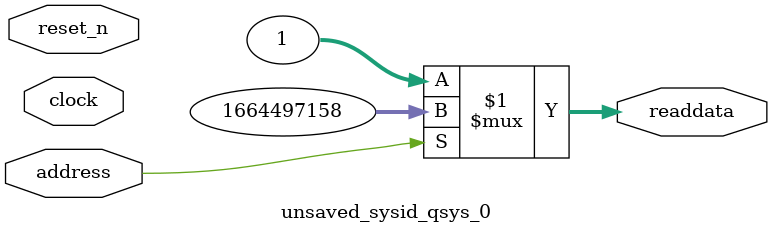
<source format=v>



// synthesis translate_off
`timescale 1ns / 1ps
// synthesis translate_on

// turn off superfluous verilog processor warnings 
// altera message_level Level1 
// altera message_off 10034 10035 10036 10037 10230 10240 10030 

module unsaved_sysid_qsys_0 (
               // inputs:
                address,
                clock,
                reset_n,

               // outputs:
                readdata
             )
;

  output  [ 31: 0] readdata;
  input            address;
  input            clock;
  input            reset_n;

  wire    [ 31: 0] readdata;
  //control_slave, which is an e_avalon_slave
  assign readdata = address ? 1664497158 : 1;

endmodule



</source>
